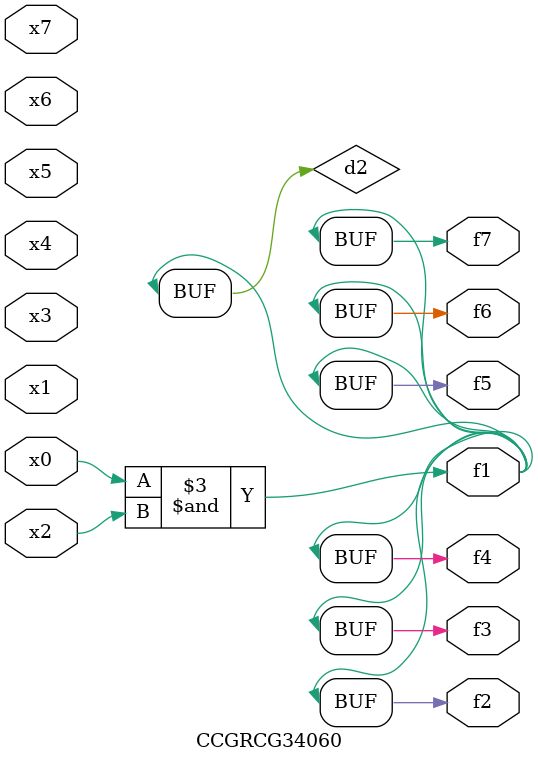
<source format=v>
module CCGRCG34060(
	input x0, x1, x2, x3, x4, x5, x6, x7,
	output f1, f2, f3, f4, f5, f6, f7
);

	wire d1, d2;

	nor (d1, x3, x6);
	and (d2, x0, x2);
	assign f1 = d2;
	assign f2 = d2;
	assign f3 = d2;
	assign f4 = d2;
	assign f5 = d2;
	assign f6 = d2;
	assign f7 = d2;
endmodule

</source>
